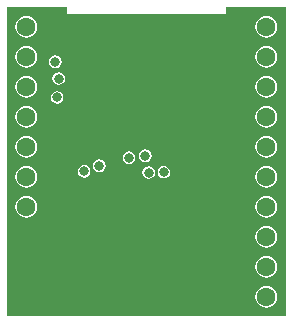
<source format=gbr>
%TF.GenerationSoftware,Altium Limited,Altium Designer,20.1.8 (145)*%
G04 Layer_Physical_Order=2*
G04 Layer_Color=36540*
%FSLAX45Y45*%
%MOMM*%
%TF.SameCoordinates,58819124-5082-48BE-93C4-8F50621AB512*%
%TF.FilePolarity,Positive*%
%TF.FileFunction,Copper,L2,Inr,Signal*%
%TF.Part,Single*%
G01*
G75*
%TA.AperFunction,ComponentPad*%
%ADD17C,1.60000*%
%TA.AperFunction,ViaPad*%
%ADD18C,0.80000*%
G36*
X11340604Y5423396D02*
X8979396D01*
Y8038604D01*
X9486254D01*
Y7996500D01*
X9490280Y7986780D01*
X9500000Y7982753D01*
X10820000D01*
X10829720Y7986780D01*
X10833746Y7996500D01*
Y8038604D01*
X11340604D01*
Y5423396D01*
D02*
G37*
%LPC*%
G36*
X11176000Y7967500D02*
X11151800Y7964314D01*
X11129250Y7954973D01*
X11109886Y7940114D01*
X11095027Y7920750D01*
X11085686Y7898200D01*
X11082500Y7874000D01*
X11085686Y7849800D01*
X11095027Y7827250D01*
X11109886Y7807886D01*
X11129250Y7793027D01*
X11151800Y7783686D01*
X11176000Y7780500D01*
X11200200Y7783686D01*
X11222750Y7793027D01*
X11242114Y7807886D01*
X11256973Y7827250D01*
X11266314Y7849800D01*
X11269500Y7874000D01*
X11266314Y7898200D01*
X11256973Y7920750D01*
X11242114Y7940114D01*
X11222750Y7954973D01*
X11200200Y7964314D01*
X11176000Y7967500D01*
D02*
G37*
G36*
X9144000D02*
X9119800Y7964314D01*
X9097250Y7954973D01*
X9077886Y7940114D01*
X9063027Y7920750D01*
X9053686Y7898200D01*
X9050500Y7874000D01*
X9053686Y7849800D01*
X9063027Y7827250D01*
X9077886Y7807886D01*
X9097250Y7793027D01*
X9119800Y7783686D01*
X9144000Y7780500D01*
X9168200Y7783686D01*
X9190750Y7793027D01*
X9210114Y7807886D01*
X9224973Y7827250D01*
X9234314Y7849800D01*
X9237500Y7874000D01*
X9234314Y7898200D01*
X9224973Y7920750D01*
X9210114Y7940114D01*
X9190750Y7954973D01*
X9168200Y7964314D01*
X9144000Y7967500D01*
D02*
G37*
G36*
X11176000Y7713500D02*
X11151800Y7710314D01*
X11129250Y7700973D01*
X11109886Y7686114D01*
X11095027Y7666750D01*
X11085686Y7644200D01*
X11082500Y7620000D01*
X11085686Y7595800D01*
X11095027Y7573250D01*
X11109886Y7553886D01*
X11129250Y7539027D01*
X11151800Y7529686D01*
X11176000Y7526500D01*
X11200200Y7529686D01*
X11222750Y7539027D01*
X11242114Y7553886D01*
X11256973Y7573250D01*
X11266314Y7595800D01*
X11269500Y7620000D01*
X11266314Y7644200D01*
X11256973Y7666750D01*
X11242114Y7686114D01*
X11222750Y7700973D01*
X11200200Y7710314D01*
X11176000Y7713500D01*
D02*
G37*
G36*
X9144000D02*
X9119800Y7710314D01*
X9097250Y7700973D01*
X9077886Y7686114D01*
X9063027Y7666750D01*
X9053686Y7644200D01*
X9050500Y7620000D01*
X9053686Y7595800D01*
X9063027Y7573250D01*
X9077886Y7553886D01*
X9097250Y7539027D01*
X9119800Y7529686D01*
X9144000Y7526500D01*
X9168200Y7529686D01*
X9190750Y7539027D01*
X9210114Y7553886D01*
X9224973Y7573250D01*
X9234314Y7595800D01*
X9237500Y7620000D01*
X9234314Y7644200D01*
X9224973Y7666750D01*
X9210114Y7686114D01*
X9190750Y7700973D01*
X9168200Y7710314D01*
X9144000Y7713500D01*
D02*
G37*
G36*
X9388048Y7631448D02*
X9367486Y7627358D01*
X9350054Y7615710D01*
X9338406Y7598278D01*
X9334316Y7577716D01*
X9338406Y7557153D01*
X9350054Y7539721D01*
X9367486Y7528073D01*
X9388048Y7523983D01*
X9408611Y7528073D01*
X9426043Y7539721D01*
X9437691Y7557153D01*
X9441781Y7577716D01*
X9437691Y7598278D01*
X9426043Y7615710D01*
X9408611Y7627358D01*
X9388048Y7631448D01*
D02*
G37*
G36*
X9417700Y7490232D02*
X9397137Y7486142D01*
X9379705Y7474495D01*
X9368058Y7457063D01*
X9363968Y7436500D01*
X9368058Y7415937D01*
X9379705Y7398505D01*
X9397137Y7386858D01*
X9417700Y7382768D01*
X9438263Y7386858D01*
X9455695Y7398505D01*
X9467342Y7415937D01*
X9471432Y7436500D01*
X9467342Y7457063D01*
X9455695Y7474495D01*
X9438263Y7486142D01*
X9417700Y7490232D01*
D02*
G37*
G36*
X11176000Y7459500D02*
X11151800Y7456314D01*
X11129250Y7446973D01*
X11109886Y7432114D01*
X11095027Y7412750D01*
X11085686Y7390200D01*
X11082500Y7366000D01*
X11085686Y7341800D01*
X11095027Y7319250D01*
X11109886Y7299886D01*
X11129250Y7285027D01*
X11151800Y7275686D01*
X11176000Y7272500D01*
X11200200Y7275686D01*
X11222750Y7285027D01*
X11242114Y7299886D01*
X11256973Y7319250D01*
X11266314Y7341800D01*
X11269500Y7366000D01*
X11266314Y7390200D01*
X11256973Y7412750D01*
X11242114Y7432114D01*
X11222750Y7446973D01*
X11200200Y7456314D01*
X11176000Y7459500D01*
D02*
G37*
G36*
X9144000D02*
X9119800Y7456314D01*
X9097250Y7446973D01*
X9077886Y7432114D01*
X9063027Y7412750D01*
X9053686Y7390200D01*
X9050500Y7366000D01*
X9053686Y7341800D01*
X9063027Y7319250D01*
X9077886Y7299886D01*
X9097250Y7285027D01*
X9119800Y7275686D01*
X9144000Y7272500D01*
X9168200Y7275686D01*
X9190750Y7285027D01*
X9210114Y7299886D01*
X9224973Y7319250D01*
X9234314Y7341800D01*
X9237500Y7366000D01*
X9234314Y7390200D01*
X9224973Y7412750D01*
X9210114Y7432114D01*
X9190750Y7446973D01*
X9168200Y7456314D01*
X9144000Y7459500D01*
D02*
G37*
G36*
X9403680Y7330232D02*
X9383117Y7326142D01*
X9365685Y7314495D01*
X9354038Y7297063D01*
X9349948Y7276500D01*
X9354038Y7255937D01*
X9365685Y7238505D01*
X9383117Y7226858D01*
X9403680Y7222768D01*
X9424243Y7226858D01*
X9441675Y7238505D01*
X9453322Y7255937D01*
X9457412Y7276500D01*
X9453322Y7297063D01*
X9441675Y7314495D01*
X9424243Y7326142D01*
X9403680Y7330232D01*
D02*
G37*
G36*
X9144000Y7205500D02*
X9119800Y7202314D01*
X9097250Y7192973D01*
X9077886Y7178114D01*
X9063027Y7158750D01*
X9053686Y7136200D01*
X9050500Y7112000D01*
X9053686Y7087801D01*
X9063027Y7065251D01*
X9077886Y7045886D01*
X9097250Y7031027D01*
X9119800Y7021686D01*
X9144000Y7018501D01*
X9168200Y7021686D01*
X9190750Y7031027D01*
X9210114Y7045886D01*
X9224973Y7065251D01*
X9234314Y7087801D01*
X9237500Y7112000D01*
X9234314Y7136200D01*
X9224973Y7158750D01*
X9210114Y7178114D01*
X9190750Y7192973D01*
X9168200Y7202314D01*
X9144000Y7205500D01*
D02*
G37*
G36*
X11176000Y7205500D02*
X11151800Y7202314D01*
X11129250Y7192973D01*
X11109886Y7178114D01*
X11095027Y7158750D01*
X11085686Y7136200D01*
X11082500Y7112000D01*
X11085686Y7087800D01*
X11095027Y7065250D01*
X11109886Y7045886D01*
X11129250Y7031027D01*
X11151800Y7021686D01*
X11176000Y7018500D01*
X11200200Y7021686D01*
X11222750Y7031027D01*
X11242114Y7045886D01*
X11256973Y7065250D01*
X11266314Y7087800D01*
X11269500Y7112000D01*
X11266314Y7136200D01*
X11256973Y7158750D01*
X11242114Y7178114D01*
X11222750Y7192973D01*
X11200200Y7202314D01*
X11176000Y7205500D01*
D02*
G37*
G36*
Y6951500D02*
X11151800Y6948314D01*
X11129250Y6938973D01*
X11109886Y6924114D01*
X11095027Y6904750D01*
X11085686Y6882200D01*
X11082500Y6858000D01*
X11085686Y6833800D01*
X11095027Y6811250D01*
X11109886Y6791886D01*
X11129250Y6777027D01*
X11151800Y6767686D01*
X11176000Y6764500D01*
X11200200Y6767686D01*
X11222750Y6777027D01*
X11242114Y6791886D01*
X11256973Y6811250D01*
X11266314Y6833800D01*
X11269500Y6858000D01*
X11266314Y6882200D01*
X11256973Y6904750D01*
X11242114Y6924114D01*
X11222750Y6938973D01*
X11200200Y6948314D01*
X11176000Y6951500D01*
D02*
G37*
G36*
X9144000D02*
X9119800Y6948314D01*
X9097250Y6938973D01*
X9077886Y6924114D01*
X9063027Y6904750D01*
X9053686Y6882200D01*
X9050500Y6858000D01*
X9053686Y6833800D01*
X9063027Y6811250D01*
X9077886Y6791886D01*
X9097250Y6777027D01*
X9119800Y6767686D01*
X9144000Y6764500D01*
X9168200Y6767686D01*
X9190750Y6777027D01*
X9210114Y6791886D01*
X9224973Y6811250D01*
X9234314Y6833800D01*
X9237500Y6858000D01*
X9234314Y6882200D01*
X9224973Y6904750D01*
X9210114Y6924114D01*
X9190750Y6938973D01*
X9168200Y6948314D01*
X9144000Y6951500D01*
D02*
G37*
G36*
X10149711Y6836583D02*
X10129148Y6832493D01*
X10111716Y6820845D01*
X10100069Y6803413D01*
X10095979Y6782851D01*
X10100069Y6762288D01*
X10111716Y6744856D01*
X10129148Y6733208D01*
X10149711Y6729118D01*
X10170274Y6733208D01*
X10187706Y6744856D01*
X10199353Y6762288D01*
X10203443Y6782851D01*
X10199353Y6803413D01*
X10187706Y6820845D01*
X10170274Y6832493D01*
X10149711Y6836583D01*
D02*
G37*
G36*
X10012410Y6819029D02*
X9991847Y6814939D01*
X9974415Y6803291D01*
X9962767Y6785859D01*
X9958677Y6765297D01*
X9962767Y6744734D01*
X9974415Y6727302D01*
X9991847Y6715654D01*
X10012410Y6711564D01*
X10032972Y6715654D01*
X10050404Y6727302D01*
X10062052Y6744734D01*
X10066142Y6765297D01*
X10062052Y6785859D01*
X10050404Y6803291D01*
X10032972Y6814939D01*
X10012410Y6819029D01*
D02*
G37*
G36*
X9760000Y6751552D02*
X9739437Y6747462D01*
X9722005Y6735814D01*
X9710358Y6718382D01*
X9706268Y6697819D01*
X9710358Y6677257D01*
X9722005Y6659825D01*
X9739437Y6648177D01*
X9760000Y6644087D01*
X9780563Y6648177D01*
X9797995Y6659825D01*
X9809642Y6677257D01*
X9813732Y6697819D01*
X9809642Y6718382D01*
X9797995Y6735814D01*
X9780563Y6747462D01*
X9760000Y6751552D01*
D02*
G37*
G36*
X9632366Y6704359D02*
X9611803Y6700269D01*
X9594371Y6688621D01*
X9582724Y6671189D01*
X9578633Y6650626D01*
X9582724Y6630064D01*
X9594371Y6612632D01*
X9611803Y6600984D01*
X9632366Y6596894D01*
X9652928Y6600984D01*
X9670360Y6612632D01*
X9682008Y6630064D01*
X9686098Y6650626D01*
X9682008Y6671189D01*
X9670360Y6688621D01*
X9652928Y6700269D01*
X9632366Y6704359D01*
D02*
G37*
G36*
X10308178Y6697498D02*
X10287615Y6693407D01*
X10270183Y6681760D01*
X10258535Y6664328D01*
X10254445Y6643765D01*
X10258535Y6623203D01*
X10270183Y6605771D01*
X10287615Y6594123D01*
X10308178Y6590033D01*
X10328740Y6594123D01*
X10346172Y6605771D01*
X10357820Y6623203D01*
X10361910Y6643765D01*
X10357820Y6664328D01*
X10346172Y6681760D01*
X10328740Y6693407D01*
X10308178Y6697498D01*
D02*
G37*
G36*
X10178996Y6694124D02*
X10158434Y6690033D01*
X10141002Y6678386D01*
X10129354Y6660954D01*
X10125264Y6640391D01*
X10129354Y6619829D01*
X10141002Y6602396D01*
X10158434Y6590749D01*
X10178996Y6586659D01*
X10199559Y6590749D01*
X10216991Y6602396D01*
X10228638Y6619829D01*
X10232729Y6640391D01*
X10228638Y6660954D01*
X10216991Y6678386D01*
X10199559Y6690033D01*
X10178996Y6694124D01*
D02*
G37*
G36*
X11176000Y6697500D02*
X11151800Y6694314D01*
X11129250Y6684973D01*
X11109886Y6670114D01*
X11095027Y6650750D01*
X11085686Y6628200D01*
X11082500Y6604000D01*
X11085686Y6579800D01*
X11095027Y6557250D01*
X11109886Y6537886D01*
X11129250Y6523027D01*
X11151800Y6513686D01*
X11176000Y6510500D01*
X11200200Y6513686D01*
X11222750Y6523027D01*
X11242114Y6537886D01*
X11256973Y6557250D01*
X11266314Y6579800D01*
X11269500Y6604000D01*
X11266314Y6628200D01*
X11256973Y6650750D01*
X11242114Y6670114D01*
X11222750Y6684973D01*
X11200200Y6694314D01*
X11176000Y6697500D01*
D02*
G37*
G36*
X9144000D02*
X9119800Y6694314D01*
X9097250Y6684973D01*
X9077886Y6670114D01*
X9063027Y6650750D01*
X9053686Y6628200D01*
X9050500Y6604000D01*
X9053686Y6579800D01*
X9063027Y6557250D01*
X9077886Y6537886D01*
X9097250Y6523027D01*
X9119800Y6513686D01*
X9144000Y6510500D01*
X9168200Y6513686D01*
X9190750Y6523027D01*
X9210114Y6537886D01*
X9224973Y6557250D01*
X9234314Y6579800D01*
X9237500Y6604000D01*
X9234314Y6628200D01*
X9224973Y6650750D01*
X9210114Y6670114D01*
X9190750Y6684973D01*
X9168200Y6694314D01*
X9144000Y6697500D01*
D02*
G37*
G36*
X11176000Y6443500D02*
X11151800Y6440314D01*
X11129250Y6430973D01*
X11109886Y6416114D01*
X11095027Y6396750D01*
X11085686Y6374200D01*
X11082500Y6350000D01*
X11085686Y6325800D01*
X11095027Y6303250D01*
X11109886Y6283886D01*
X11129250Y6269027D01*
X11151800Y6259686D01*
X11176000Y6256500D01*
X11200200Y6259686D01*
X11222750Y6269027D01*
X11242114Y6283886D01*
X11256973Y6303250D01*
X11266314Y6325800D01*
X11269500Y6350000D01*
X11266314Y6374200D01*
X11256973Y6396750D01*
X11242114Y6416114D01*
X11222750Y6430973D01*
X11200200Y6440314D01*
X11176000Y6443500D01*
D02*
G37*
G36*
X9144000D02*
X9119800Y6440314D01*
X9097250Y6430973D01*
X9077886Y6416114D01*
X9063027Y6396750D01*
X9053686Y6374200D01*
X9050500Y6350000D01*
X9053686Y6325800D01*
X9063027Y6303250D01*
X9077886Y6283886D01*
X9097250Y6269027D01*
X9119800Y6259686D01*
X9144000Y6256500D01*
X9168200Y6259686D01*
X9190750Y6269027D01*
X9210114Y6283886D01*
X9224973Y6303250D01*
X9234314Y6325800D01*
X9237500Y6350000D01*
X9234314Y6374200D01*
X9224973Y6396750D01*
X9210114Y6416114D01*
X9190750Y6430973D01*
X9168200Y6440314D01*
X9144000Y6443500D01*
D02*
G37*
G36*
X11176000Y6189500D02*
X11151800Y6186314D01*
X11129250Y6176973D01*
X11109886Y6162114D01*
X11095027Y6142750D01*
X11085686Y6120200D01*
X11082500Y6096000D01*
X11085686Y6071800D01*
X11095027Y6049250D01*
X11109886Y6029886D01*
X11129250Y6015027D01*
X11151800Y6005686D01*
X11176000Y6002500D01*
X11200200Y6005686D01*
X11222750Y6015027D01*
X11242114Y6029886D01*
X11256973Y6049250D01*
X11266314Y6071800D01*
X11269500Y6096000D01*
X11266314Y6120200D01*
X11256973Y6142750D01*
X11242114Y6162114D01*
X11222750Y6176973D01*
X11200200Y6186314D01*
X11176000Y6189500D01*
D02*
G37*
G36*
Y5935500D02*
X11151800Y5932314D01*
X11129250Y5922973D01*
X11109886Y5908114D01*
X11095027Y5888750D01*
X11085686Y5866200D01*
X11082500Y5842000D01*
X11085686Y5817800D01*
X11095027Y5795250D01*
X11109886Y5775886D01*
X11129250Y5761027D01*
X11151800Y5751686D01*
X11176000Y5748500D01*
X11200200Y5751686D01*
X11222750Y5761027D01*
X11242114Y5775886D01*
X11256973Y5795250D01*
X11266314Y5817800D01*
X11269500Y5842000D01*
X11266314Y5866200D01*
X11256973Y5888750D01*
X11242114Y5908114D01*
X11222750Y5922973D01*
X11200200Y5932314D01*
X11176000Y5935500D01*
D02*
G37*
G36*
Y5681500D02*
X11151800Y5678314D01*
X11129250Y5668973D01*
X11109886Y5654114D01*
X11095027Y5634750D01*
X11085686Y5612200D01*
X11082500Y5588000D01*
X11085686Y5563800D01*
X11095027Y5541250D01*
X11109886Y5521886D01*
X11129250Y5507027D01*
X11151800Y5497686D01*
X11176000Y5494500D01*
X11200200Y5497686D01*
X11222750Y5507027D01*
X11242114Y5521886D01*
X11256973Y5541250D01*
X11266314Y5563800D01*
X11269500Y5588000D01*
X11266314Y5612200D01*
X11256973Y5634750D01*
X11242114Y5654114D01*
X11222750Y5668973D01*
X11200200Y5678314D01*
X11176000Y5681500D01*
D02*
G37*
%LPD*%
D17*
Y7874000D02*
D03*
Y7620000D02*
D03*
Y7366000D02*
D03*
Y7112000D02*
D03*
Y6858000D02*
D03*
Y6604000D02*
D03*
Y6350000D02*
D03*
Y6096000D02*
D03*
Y5842000D02*
D03*
Y5588000D02*
D03*
X9144000Y7874000D02*
D03*
Y7620000D02*
D03*
Y7366000D02*
D03*
Y7112000D02*
D03*
Y6858000D02*
D03*
Y6604000D02*
D03*
Y6350000D02*
D03*
Y6096000D02*
D03*
Y5842000D02*
D03*
Y5588000D02*
D03*
D18*
X10617200Y7772400D02*
D03*
X9702800Y7772398D02*
D03*
X10851200Y6941500D02*
D03*
X9476740D02*
D03*
Y7036500D02*
D03*
X9632366Y6650626D02*
D03*
X9565000Y6845300D02*
D03*
X10755000D02*
D03*
X9817100Y7099300D02*
D03*
X10502900D02*
D03*
Y7772399D02*
D03*
X9817100D02*
D03*
Y7660216D02*
D03*
X9931400Y7099300D02*
D03*
X10045700D02*
D03*
X10160000D02*
D03*
X10274300Y7772400D02*
D03*
X10160000D02*
D03*
X10045700D02*
D03*
X9931400D02*
D03*
X10388600D02*
D03*
X10502900Y7660216D02*
D03*
Y7548033D02*
D03*
Y7435849D02*
D03*
Y7323666D02*
D03*
Y7211483D02*
D03*
X10388600Y7099300D02*
D03*
X10274300D02*
D03*
X9817100Y7211483D02*
D03*
Y7323666D02*
D03*
Y7435849D02*
D03*
Y7548033D02*
D03*
X9760000Y6697819D02*
D03*
X10012410Y6765297D02*
D03*
X10149711Y6782851D02*
D03*
X10178996Y6640391D02*
D03*
X10308178Y6643765D02*
D03*
X9403680Y7276500D02*
D03*
X9417700Y7436500D02*
D03*
X9388048Y7577716D02*
D03*
%TF.MD5,a59b155e28d48503fb6107ddcf97b3ec*%
M02*

</source>
